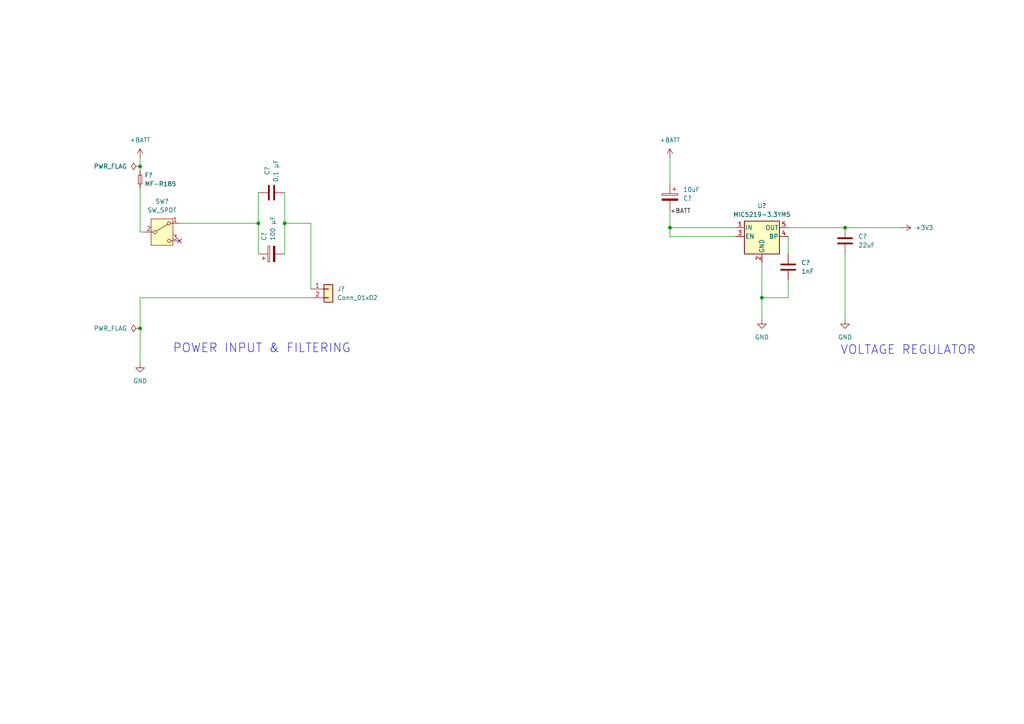
<source format=kicad_sch>
(kicad_sch (version 20250114) (generator "eeschema") (generator_version "9.0")
  (paper "A4")
  (title_block (title "Power voltage/regulation") (date "11/28/2025"))
  (lib_symbols
    (symbol "Connector_Generic:Conn_01x02" (pin_names (offset 1.016) (hide yes))
      (property "Reference" "J" (at 0 2.54 0))
      (property "Value" "Conn_01x02" (at 0 -5.08 0))
      (symbol "Conn_01x02_1_1"
        (rectangle (start -1.27 1.27) (end 1.27 -3.81) (stroke (width 0.254)) (fill (type background)))
        (rectangle (start -1.27 0.127) (end 0 -0.127) (stroke (width 0.1524)))
        (rectangle (start -1.27 -2.413) (end 0 -2.667) (stroke (width 0.1524)))
        (pin passive line (at -5.08 0 0) (length 3.81) (name "Pin_1") (number "1"))
        (pin passive line (at -5.08 -2.54 0) (length 3.81) (name "Pin_2") (number "2"))
      )
    )
    (symbol "Device:C" (pin_numbers (hide yes)) (pin_names (offset 0.254))
      (property "Reference" "C" (at 0.635 2.54 0))
      (property "Value" "C" (at 0.635 -2.54 0))
      (symbol "C_0_1"
        (polyline (pts (xy -2.032 0.762) (xy 2.032 0.762)) (stroke (width 0.508)))
        (polyline (pts (xy -2.032 -0.762) (xy 2.032 -0.762)) (stroke (width 0.508)))
      )
      (symbol "C_1_1"
        (pin passive line (at 0 3.81 270) (length 2.794) (name "~") (number "1"))
        (pin passive line (at 0 -3.81 90) (length 2.794) (name "~") (number "2"))
      )
    )
    (symbol "Device:C_Polarized" (pin_numbers (hide yes)) (pin_names (offset 0.254))
      (property "Reference" "C" (at 0.635 2.54 0))
      (property "Value" "C_Polarized" (at 0.635 -2.54 0))
      (symbol "C_Polarized_0_1"
        (rectangle (start -2.286 0.508) (end 2.286 1.016))
        (polyline (pts (xy -1.778 2.286) (xy -0.762 2.286)))
        (polyline (pts (xy -1.27 2.794) (xy -1.27 1.778)))
        (rectangle (start 2.286 -0.508) (end -2.286 -1.016) (fill (type outline)))
      )
      (symbol "C_Polarized_1_1"
        (pin passive line (at 0 3.81 270) (length 2.794) (name "~") (number "1"))
        (pin passive line (at 0 -3.81 90) (length 2.794) (name "~") (number "2"))
      )
    )
    (symbol "Device:Fuse_Small" (pin_numbers (hide yes)) (pin_names (offset 0.254) (hide yes))
      (property "Reference" "F" (at 0 -1.524 0))
      (property "Value" "Fuse_Small" (at 0 1.524 0))
      (symbol "Fuse_Small_0_1"
        (rectangle (start -1.27 0.508) (end 1.27 -0.508))
        (polyline (pts (xy -1.27 0) (xy 1.27 0)))
      )
      (symbol "Fuse_Small_1_1"
        (pin passive line (at -2.54 0 0) (length 1.27) (name "~") (number "1"))
        (pin passive line (at 2.54 0 180) (length 1.27) (name "~") (number "2"))
      )
    )
    (symbol "Regulator_Linear:MIC5219-3.3YM5" (pin_names (offset 0.254))
      (property "Reference" "U" (at -3.81 5.715 0))
      (property "Value" "MIC5219-3.3YM5" (at 0 5.715 0))
      (symbol "MIC5219-3.3YM5_0_1"
        (rectangle (start -5.08 4.445) (end 5.08 -5.08) (stroke (width 0.254)) (fill (type background)))
      )
      (symbol "MIC5219-3.3YM5_1_1"
        (pin power_in line (at -7.62 2.54 0) (length 2.54) (name "IN") (number "1"))
        (pin input line (at -7.62 0 0) (length 2.54) (name "EN") (number "3"))
        (pin power_in line (at 0 -7.62 90) (length 2.54) (name "GND") (number "2"))
        (pin power_out line (at 7.62 2.54 180) (length 2.54) (name "OUT") (number "5"))
        (pin input line (at 7.62 0 180) (length 2.54) (name "BP") (number "4"))
      )
    )
    (symbol "Switch:SW_SPDT" (pin_names (offset 0) (hide yes))
      (property "Reference" "SW" (at 0 5.08 0))
      (property "Value" "SW_SPDT" (at 0 -5.08 0))
      (symbol "SW_SPDT_0_1"
        (circle (center -2.032 0) (radius 0.4572))
        (polyline (pts (xy -1.651 0.254) (xy 1.651 2.286)))
        (circle (center 2.032 2.54) (radius 0.4572))
        (circle (center 2.032 -2.54) (radius 0.4572))
      )
      (symbol "SW_SPDT_1_1"
        (rectangle (start -3.175 3.81) (end 3.175 -3.81) (fill (type background)))
        (pin passive line (at -5.08 0 0) (length 2.54) (name "B") (number "2"))
        (pin passive line (at 5.08 2.54 180) (length 2.54) (name "A") (number "1"))
        (pin passive line (at 5.08 -2.54 180) (length 2.54) (name "C") (number "3"))
      )
    )
    (symbol "power:+3V3" (power) (pin_numbers (hide yes)) (pin_names (offset 0) (hide yes))
      (property "Value" "+3V3" (at 0 3.556 0))
      (symbol "+3V3_0_1"
        (polyline (pts (xy -0.762 1.27) (xy 0 2.54)))
        (polyline (pts (xy 0 2.54) (xy 0.762 1.27)))
        (polyline (pts (xy 0 0) (xy 0 2.54)))
      )
      (symbol "+3V3_1_1"
        (pin power_in line (at 0 0 90) (length 0) (name "~") (number "1"))
      )
    )
    (symbol "power:+BATT" (power) (pin_numbers (hide yes)) (pin_names (offset 0) (hide yes))
      (property "Value" "+BATT" (at 0 3.556 0))
      (symbol "+BATT_0_1"
        (polyline (pts (xy -0.762 1.27) (xy 0 2.54)))
        (polyline (pts (xy 0 2.54) (xy 0.762 1.27)))
        (polyline (pts (xy 0 0) (xy 0 2.54)))
      )
      (symbol "+BATT_1_1"
        (pin power_in line (at 0 0 90) (length 0) (name "~") (number "1"))
      )
    )
    (symbol "power:GND" (power) (pin_numbers (hide yes)) (pin_names (offset 0) (hide yes))
      (property "Value" "GND" (at 0 -3.81 0))
      (symbol "GND_0_1"
        (polyline (pts (xy 0 0) (xy 0 -1.27) (xy 1.27 -1.27) (xy 0 -2.54) (xy -1.27 -1.27) (xy 0 -1.27)))
      )
      (symbol "GND_1_1"
        (pin power_in line (at 0 0 270) (length 0) (name "~") (number "1"))
      )
    )
    (symbol "power:PWR_FLAG" (power) (pin_numbers (hide yes)) (pin_names (offset 0) (hide yes))
      (property "Value" "PWR_FLAG" (at 0 3.81 0))
      (symbol "PWR_FLAG_0_0"
        (pin power_out line (at 0 0 90) (length 0) (name "~") (number "1"))
      )
      (symbol "PWR_FLAG_0_1"
        (polyline (pts (xy 0 0) (xy 0 1.27) (xy -1.016 1.905) (xy 0 2.54) (xy 1.016 1.905) (xy 0 1.27)))
      )
    )
  )
  (text "POWER INPUT & FILTERING" (at 75.946 101.092 0) (effects (font (size 2.54 2.54))))
  (text "VOLTAGE REGULATOR" (at 263.398 101.6 0) (effects (font (size 2.54 2.54))))
  (junction (at 74.93 64.77))
  (junction (at 40.64 48.26))
  (junction (at 82.55 64.77))
  (junction (at 220.98 86.36))
  (junction (at 194.31 66.04))
  (junction (at 245.11 66.04))
  (junction (at 40.64 95.25))
  (no_connect (at 52.07 69.85))
  (wire (pts (xy 194.31 60.96) (xy 194.31 66.04)))
  (wire (pts (xy 82.55 55.88) (xy 82.55 64.77)))
  (wire (pts (xy 245.11 73.66) (xy 245.11 92.71)))
  (wire (pts (xy 194.31 45.72) (xy 194.31 53.34)))
  (wire (pts (xy 40.64 86.36) (xy 90.17 86.36)))
  (wire (pts (xy 228.6 81.28) (xy 228.6 86.36)))
  (wire (pts (xy 40.64 95.25) (xy 40.64 105.41)))
  (wire (pts (xy 82.55 64.77) (xy 90.17 64.77)))
  (wire (pts (xy 220.98 76.2) (xy 220.98 86.36)))
  (wire (pts (xy 52.07 64.77) (xy 74.93 64.77)))
  (wire (pts (xy 194.31 68.58) (xy 194.31 66.04)))
  (wire (pts (xy 40.64 54.61) (xy 40.64 67.31)))
  (wire (pts (xy 194.31 66.04) (xy 213.36 66.04)))
  (wire (pts (xy 74.93 64.77) (xy 74.93 55.88)))
  (wire (pts (xy 40.64 86.36) (xy 40.64 95.25)))
  (wire (pts (xy 74.93 73.66) (xy 74.93 64.77)))
  (wire (pts (xy 228.6 68.58) (xy 228.6 73.66)))
  (wire (pts (xy 245.11 66.04) (xy 261.62 66.04)))
  (wire (pts (xy 228.6 86.36) (xy 220.98 86.36)))
  (wire (pts (xy 228.6 66.04) (xy 245.11 66.04)))
  (wire (pts (xy 82.55 64.77) (xy 82.55 73.66)))
  (wire (pts (xy 40.64 48.26) (xy 40.64 49.53)))
  (wire (pts (xy 213.36 68.58) (xy 194.31 68.58)))
  (wire (pts (xy 220.98 86.36) (xy 220.98 92.71)))
  (wire (pts (xy 90.17 64.77) (xy 90.17 83.82)))
  (wire (pts (xy 40.64 67.31) (xy 41.91 67.31)))
  (wire (pts (xy 40.64 45.72) (xy 40.64 48.26)))
  (label "+BATT" (at 194.31 62.23 0))
  (symbol (lib_id "power:GND") (at 245.11 92.71 0) (unit 1)
    (property "Reference" "#PWR?" (effects (hide yes)))
    (property "Value" "GND" (at 245.11 97.79 0))
    (property "Description" "Power symbol creates a global label with name \"GND\" , ground" (effects (hide yes)))
  )
  (symbol (lib_id "Device:C_Polarized") (at 194.31 57.15 0) (mirror y) (unit 1)
    (property "Reference" "C?" (at 198.12 57.5311 0) (effects (justify right)))
    (property "Value" "10uF" (at 198.12 54.9911 0) (effects (justify right)))
    (property "Footprint" "Capacitor_THT:CP_Radial_D5.0mm_P2.50mm" (effects (hide yes)))
    (property "Datasheet" "kicad-embed://ECA-xxM Series,TypeA.pdf" (effects (hide yes)))
    (property "Description" "Polarized capacitor" (effects (hide yes)))
  )
  (symbol (lib_id "power:+BATT") (at 194.31 45.72 0) (unit 1)
    (property "Reference" "#PWR?" (effects (hide yes)))
    (property "Value" "+BATT" (at 194.31 40.64 0))
    (property "Description" "Power symbol creates a global label with name \"+BATT\"" (effects (hide yes)))
  )
  (symbol (lib_id "Switch:SW_SPDT") (at 46.99 67.31 0) (unit 1)
    (property "Reference" "SW?" (at 46.99 58.42 0))
    (property "Value" "SW_SPDT" (at 46.99 60.96 0))
    (property "Footprint" "Button_Switch_THT:SW_Slide-03_Wuerth-WS-SLTV_10x2.5x6.4_P2.54mm" (effects (hide yes)))
    (property "Datasheet" "kicad-embed://450301014042 datasheet.pdf" (effects (hide yes)))
    (property "Description" "Switch, single pole double throw" (effects (hide yes)))
  )
  (symbol (lib_id "Connector_Generic:Conn_01x02") (at 95.25 83.82 0) (unit 1)
    (property "Reference" "J?" (at 97.79 83.8199 0) (effects (justify left)))
    (property "Value" "Conn_01x02" (at 97.79 86.3599 0) (effects (justify left)))
    (property "Footprint" "Connector_JST:JST_PH_S2B-PH-K_1x02_P2.00mm_Horizontal" (effects (hide yes)))
    (property "Datasheet" "kicad-embed://ePH.pdf" (effects (hide yes)))
    (property "Description" "Generic connector, single row, 01x02, script generated (kicad-library-utils/schlib/autogen/connector/)" (effects (hide yes)))
  )
  (symbol (lib_id "power:+BATT") (at 40.64 45.72 0) (unit 1)
    (property "Reference" "#PWR?" (effects (hide yes)))
    (property "Value" "+BATT" (at 40.64 40.64 0))
    (property "Description" "Power symbol creates a global label with name \"+BATT\"" (effects (hide yes)))
  )
  (symbol (lib_id "Device:C") (at 228.6 77.47 0) (unit 1)
    (property "Reference" "C?" (at 232.41 76.1999 0) (effects (justify left)))
    (property "Value" "1nF" (at 232.41 78.7399 0) (effects (justify left)))
    (property "Footprint" "Capacitor_SMD:C_0603_1608Metric" (effects (hide yes)))
    (property "Datasheet" "kicad-embed://KEM_C1002_X7R_SMD.pdf" (effects (hide yes)))
    (property "Description" "Unpolarized capacitor" (effects (hide yes)))
  )
  (symbol (lib_id "Device:C") (at 78.74 55.88 90) (unit 1)
    (property "Reference" "C?" (at 77.47 49.53 0))
    (property "Value" "0.1 µF" (at 80.01 49.53 0))
    (property "Footprint" "Capacitor_SMD:C_0603_1608Metric" (effects (hide yes)))
    (property "Datasheet" "kicad-embed://CC0603KRX7R7BB104.pdf" (effects (hide yes)))
    (property "Description" "Unpolarized capacitor" (effects (hide yes)))
  )
  (symbol (lib_id "power:PWR_FLAG") (at 40.64 48.26 90) (unit 1)
    (property "Reference" "#FLG?" (effects (hide yes)))
    (property "Value" "PWR_FLAG" (at 36.83 48.2599 90) (effects (justify left)))
    (property "Description" "Special symbol for telling ERC where power comes from" (effects (hide yes)))
  )
  (symbol (lib_id "Device:C_Polarized") (at 78.74 73.66 90) (unit 1)
    (property "Reference" "C?" (at 76.5809 69.85 0) (effects (justify left)))
    (property "Value" "100 µF" (at 79.1209 69.85 0) (effects (justify left)))
    (property "Footprint" "Capacitor_THT:CP_Radial_D5.0mm_P2.00mm" (effects (hide yes)))
    (property "Datasheet" "kicad-embed://PX.pdf" (effects (hide yes)))
    (property "Description" "Polarized capacitor" (effects (hide yes)))
  )
  (symbol (lib_id "power:GND") (at 220.98 92.71 0) (unit 1)
    (property "Reference" "#PWR?" (effects (hide yes)))
    (property "Value" "GND" (at 220.98 97.79 0))
    (property "Description" "Power symbol creates a global label with name \"GND\" , ground" (effects (hide yes)))
  )
  (symbol (lib_id "Regulator_Linear:MIC5219-3.3YM5") (at 220.98 68.58 0) (unit 1)
    (property "Reference" "U?" (at 220.98 59.69 0))
    (property "Value" "MIC5219-3.3YM5" (at 220.98 62.23 0))
    (property "Footprint" "Package_TO_SOT_SMD:SOT-23-5" (effects (hide yes)))
    (property "Datasheet" "http://ww1.microchip.com/downloads/en/DeviceDoc/MIC5219-500mA-Peak-Output-LDO-Regulator-DS20006021A.pdf" (effects (hide yes)))
    (property "Description" "500mA low dropout linear regulator, fixed 3.3V output, SOT-23-5" (effects (hide yes)))
  )
  (symbol (lib_id "power:+3V3") (at 261.62 66.04 270) (unit 1)
    (property "Reference" "#PWR?" (effects (hide yes)))
    (property "Value" "+3V3" (at 265.43 66.0399 90) (effects (justify left)))
    (property "Description" "Power symbol creates a global label with name \"+3V3\"" (effects (hide yes)))
  )
  (symbol (lib_id "Device:C") (at 245.11 69.85 0) (unit 1)
    (property "Reference" "C?" (at 248.92 68.5799 0) (effects (justify left)))
    (property "Value" "22uF" (at 248.92 71.1199 0) (effects (justify left)))
    (property "Footprint" "Capacitor_Tantalum_SMD:CP_EIA-1608-08_AVX-J" (effects (hide yes)))
    (property "Datasheet" "kicad-embed://TAC.pdf" (effects (hide yes)))
    (property "Description" "Unpolarized capacitor" (effects (hide yes)))
  )
  (symbol (lib_id "power:PWR_FLAG") (at 40.64 95.25 90) (unit 1)
    (property "Reference" "#FLG?" (effects (hide yes)))
    (property "Value" "PWR_FLAG" (at 36.83 95.2499 90) (effects (justify left)))
    (property "Description" "Special symbol for telling ERC where power comes from" (effects (hide yes)))
  )
  (symbol (lib_id "Device:Fuse_Small") (at 40.64 52.07 90) (unit 1)
    (property "Reference" "F?" (at 41.91 50.7999 90) (effects (justify right)))
    (property "Value" "MF-R185" (at 41.91 53.3399 90) (effects (justify right)))
    (property "Footprint" "Fuse:Fuse_Bourns_MF-R185" (effects (hide yes)))
    (property "Datasheet" "kicad-embed://mf-r datasheet.pdf" (effects (hide yes)))
    (property "Description" "Fuse, small symbol" (effects (hide yes)))
  )
  (symbol (lib_id "power:GND") (at 40.64 105.41 0) (unit 1)
    (property "Reference" "#PWR?" (effects (hide yes)))
    (property "Value" "GND" (at 40.64 110.49 0))
    (property "Description" "Power symbol creates a global label with name \"GND\" , ground" (effects (hide yes)))
  )
)
</source>
